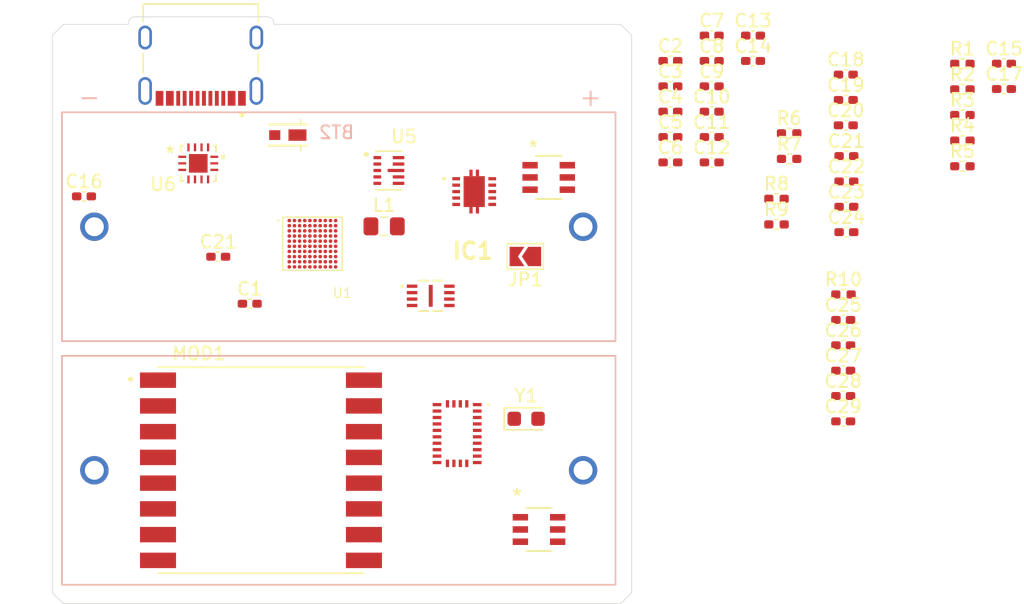
<source format=kicad_pcb>
(kicad_pcb (version 20241229) (generator "pcbnew") (generator_version "9.0")
  (layers (0 "F.Cu" signal) (4 "In1.Cu" signal) (6 "In2.Cu" signal) (8 "In3.Cu" signal) (10 "In4.Cu" signal) (2 "B.Cu" signal) (13 "F.Paste" user) (15 "B.Paste" user) (5 "F.SilkS" user "F.Silkscreen") (7 "B.SilkS" user "B.Silkscreen") (1 "F.Mask" user) (3 "B.Mask" user) (25 "Edge.Cuts" user))
  (net 0 "")
  (net 1 "QUADSPI_CLK")
  (net 2 "GND")
  (net 3 "QUADSPI_BK2_IO3")
  (net 4 "+3.3V")
  (net 5 "QUADSPI_BK2_NCS")
  (net 6 "QUADSPI_BK2_IO2")
  (net 7 "QUADSPI_BK2_IO1")
  (net 8 "QUADSPI_BK2_IO0")
  (net 86 "BAT+")
  (net 87 "Net-(U7-CAP)")
  (net 90 "Net-(U3-S)")
  (net 91 "EXTERNAL_VOLTAGE")
  (net 92 "Net-(IC1-ISET)")
  (net 93 "Net-(IC1-VSET)")
  (net 94 "Net-(IC1-CHM_TMR)")
  (net 95 "Net-(IC1-TS)")
  (net 96 "BAT_PULLDOWN")
  (net 103 "Net-(J1-CC2)")
  (net 104 "Net-(U5-L1)")
  (net 105 "Net-(U5-L2)")
  (net 106 "Net-(U5-FB)")
  (net 110 "Net-(D1-A)")
  (net 111 "USB_D-")
  (net 112 "USB_D+")
  (net 113 "Net-(J1-CC1)")
  (net 114 "I2C1_SCL")
  (net 115 "I2C1_SDA")
  (net 122 "RFM_RESET")
  (net 133 "Net-(U7-XOUT32{slash}CLKSEL1)")
  (net 134 "Net-(U7-XIN32)")
  (net 135 "CHARGE_DISABLE")
  (net 136 "IMU_BOOTN")
  (footprint "Capacitor_SMD:C_0402_1005Metric_Pad0.74x0.62mm_HandSolder" (layer "F.Cu") (at 130.8325 70.63)
    (property "Reference" "C28" (at 0 -1.16 0) (layer "F.SilkS"))
    (property "Value" "22pF")
    (pad "1" smd roundrect (at -0.5675 0) (size 0.735 0.62) (layers "F.Cu" "F.Mask" "F.Paste") (net 133 "Net-(U7-XOUT32{slash}CLKSEL1)"))
    (pad "2" smd roundrect (at 0.5675 0) (size 0.735 0.62) (layers "F.Cu" "F.Mask" "F.Paste") (net 2 "GND"))
  )
  (footprint "Resistor_SMD:R_0402_1005Metric_Pad0.72x0.64mm_HandSolder" (layer "F.Cu") (at 140.0925 48.8)
    (property "Reference" "R3" (at 0 -1.17 0) (layer "F.SilkS"))
    (property "Value" "18k")
    (pad "1" smd roundrect (at -0.5975 0) (size 0.715 0.64) (layers "F.Cu" "F.Mask" "F.Paste") (net 93 "Net-(IC1-VSET)"))
    (pad "2" smd roundrect (at 0.5975 0) (size 0.715 0.64) (layers "F.Cu" "F.Mask" "F.Paste") (net 2 "GND"))
  )
  (footprint "Capacitor_SMD:C_0402_1005Metric_Pad0.74x0.62mm_HandSolder" (layer "F.Cu") (at 120.6175 52.48)
    (property "Reference" "C12" (at 0 -1.16 0) (layer "F.SilkS"))
    (property "Value" "1uF")
    (pad "1" smd roundrect (at -0.5675 0) (size 0.735 0.62) (layers "F.Cu" "F.Mask" "F.Paste") (net 4 "+3.3V"))
    (pad "2" smd roundrect (at 0.5675 0) (size 0.735 0.62) (layers "F.Cu" "F.Mask" "F.Paste") (net 2 "GND"))
  )
  (footprint "Capacitor_SMD:C_0402_1005Metric_Pad0.74x0.62mm_HandSolder" (layer "F.Cu") (at 130.8325 66.69)
    (property "Reference" "C26" (at 0 -1.16 0) (layer "F.SilkS"))
    (property "Value" "100nF")
    (pad "1" smd roundrect (at -0.5675 0) (size 0.735 0.62) (layers "F.Cu" "F.Mask" "F.Paste") (net 4 "+3.3V"))
    (pad "2" smd roundrect (at 0.5675 0) (size 0.735 0.62) (layers "F.Cu" "F.Mask" "F.Paste") (net 2 "GND"))
  )
  (footprint "inspirefly:BNO086" (layer "F.Cu") (at 100.838 73.55)
    (property "Reference" "U7" (hide yes))
    (property "Value" "BNO086" (hide yes))
    (pad "1" smd rect (at 1.562 -2.25 90) (size 0.25 0.675) (layers "F.Cu" "F.Mask" "F.Paste"))
    (pad "2" smd rect (at 0.75 -2.312) (size 0.25 0.575) (layers "F.Cu" "F.Mask" "F.Paste") (net 2 "GND"))
    (pad "3" smd rect (at 0.25 -2.312) (size 0.25 0.575) (layers "F.Cu" "F.Mask" "F.Paste") (net 4 "+3.3V"))
    (pad "4" smd rect (at -0.25 -2.312) (size 0.25 0.575) (layers "F.Cu" "F.Mask" "F.Paste") (net 136 "IMU_BOOTN"))
    (pad "5" smd rect (at -0.75 -2.312) (size 0.25 0.575) (layers "F.Cu" "F.Mask" "F.Paste") (net 4 "+3.3V"))
    (pad "6" smd rect (at -1.562 -2.25 90) (size 0.25 0.675) (layers "F.Cu" "F.Mask" "F.Paste"))
    (pad "7" smd rect (at -1.562 -1.75 90) (size 0.25 0.675) (layers "F.Cu" "F.Mask" "F.Paste"))
    (pad "8" smd rect (at -1.562 -1.25 90) (size 0.25 0.675) (layers "F.Cu" "F.Mask" "F.Paste"))
    (pad "9" smd rect (at -1.562 -0.75 90) (size 0.25 0.675) (layers "F.Cu" "F.Mask" "F.Paste") (net 87 "Net-(U7-CAP)"))
    (pad "10" smd rect (at -1.562 -0.25 90) (size 0.25 0.675) (layers "F.Cu" "F.Mask" "F.Paste"))
    (pad "11" smd rect (at -1.562 0.25 90) (size 0.25 0.675) (layers "F.Cu" "F.Mask" "F.Paste"))
    (pad "12" smd rect (at -1.562 0.75 90) (size 0.25 0.675) (layers "F.Cu" "F.Mask" "F.Paste"))
    (pad "13" smd rect (at -1.562 1.25 90) (size 0.25 0.675) (layers "F.Cu" "F.Mask" "F.Paste"))
    (pad "14" smd rect (at -1.562 1.75 90) (size 0.25 0.675) (layers "F.Cu" "F.Mask" "F.Paste"))
    (pad "15" smd rect (at -1.562 2.25 90) (size 0.25 0.675) (layers "F.Cu" "F.Mask" "F.Paste"))
    (pad "16" smd rect (at -0.75 2.313) (size 0.25 0.575) (layers "F.Cu" "F.Mask" "F.Paste"))
    (pad "17" smd rect (at -0.25 2.313) (size 0.25 0.575) (layers "F.Cu" "F.Mask" "F.Paste"))
    (pad "18" smd rect (at 0.25 2.313) (size 0.25 0.575) (layers "F.Cu" "F.Mask" "F.Paste"))
    (pad "19" smd rect (at 0.75 2.313) (size 0.25 0.575) (layers "F.Cu" "F.Mask" "F.Paste"))
    (pad "20" smd rect (at 1.562 2.25 90) (size 0.25 0.675) (layers "F.Cu" "F.Mask" "F.Paste"))
    (pad "21" smd rect (at 1.562 1.75 90) (size 0.25 0.675) (layers "F.Cu" "F.Mask" "F.Paste"))
    (pad "22" smd rect (at 1.562 1.25 90) (size 0.25 0.675) (layers "F.Cu" "F.Mask" "F.Paste"))
    (pad "23" smd rect (at 1.562 0.75 90) (size 0.25 0.675) (layers "F.Cu" "F.Mask" "F.Paste"))
    (pad "24" smd rect (at 1.563 0.25 90) (size 0.25 0.675) (layers "F.Cu" "F.Mask" "F.Paste"))
    (pad "25" smd rect (at 1.563 -0.25 90) (size 0.25 0.675) (layers "F.Cu" "F.Mask" "F.Paste") (net 2 "GND"))
    (pad "26" smd rect (at 1.562 -0.75 90) (size 0.25 0.675) (layers "F.Cu" "F.Mask" "F.Paste") (net 133 "Net-(U7-XOUT32{slash}CLKSEL1)"))
    (pad "27" smd rect (at 1.562 -1.25 90) (size 0.25 0.675) (layers "F.Cu" "F.Mask" "F.Paste") (net 134 "Net-(U7-XIN32)"))
    (pad "28" smd rect (at 1.562 -1.75 90) (size 0.25 0.675) (layers "F.Cu" "F.Mask" "F.Paste") (net 4 "+3.3V"))
  )
  (footprint "Capacitor_SMD:C_0402_1005Metric_Pad0.74x0.62mm_HandSolder" (layer "F.Cu") (at 131.08 55.93)
    (property "Reference" "C23" (at 0 -1.16 0) (layer "F.SilkS"))
    (property "Value" "470pF")
    (pad "1" smd roundrect (at -0.5675 0) (size 0.735 0.62) (layers "F.Cu" "F.Mask" "F.Paste") (net 103 "Net-(J1-CC2)"))
    (pad "2" smd roundrect (at 0.5675 0) (size 0.735 0.62) (layers "F.Cu" "F.Mask" "F.Paste") (net 2 "GND"))
  )
  (footprint "Jumper:SolderJumper-2_P1.3mm_Open_TrianglePad1.0x1.5mm" (layer "F.Cu") (at 106.1406 59.790002 180)
    (property "Reference" "JP1" (at 0 -1.8 0) (layer "F.SilkS"))
    (property "Value" "Footswitch_Disable")
    (pad "1" smd custom (at -0.725 0 180) (size 0.3 0.3) (layers "F.Cu" "F.Mask") (net 2 "GND") (options (clearance outline) (anchor rect)) (primitives (gr_poly (pts (xy 1 0) (xy 0.5 0.75) (xy -0.5 0.75) (xy -0.5 -0.75) (xy 0.5 -0.75)) (width 0) (fill yes))))
    (pad "2" smd custom (at 0.725 0 180) (size 0.3 0.3) (layers "F.Cu" "F.Mask") (net 96 "BAT_PULLDOWN") (options (clearance outline) (anchor rect)) (primitives (gr_poly (pts (xy 0.5 0.75) (xy -0.65 0.75) (xy -0.15 0) (xy -0.65 -0.75) (xy 0.5 -0.75)) (width 0) (fill yes))))
  )
  (footprint "Capacitor_SMD:C_0402_1005Metric_Pad0.74x0.62mm_HandSolder" (layer "F.Cu") (at 82.28 59.81)
    (property "Reference" "C21" (at 0 -1.16 0) (layer "F.SilkS"))
    (property "Value" "1uF")
    (pad "1" smd roundrect (at -0.5675 0) (size 0.735 0.62) (layers "F.Cu" "F.Mask" "F.Paste") (net 4 "+3.3V"))
    (pad "2" smd roundrect (at 0.5675 0) (size 0.735 0.62) (layers "F.Cu" "F.Mask" "F.Paste") (net 2 "GND"))
  )
  (footprint "Resistor_SMD:R_0402_1005Metric_Pad0.72x0.64mm_HandSolder" (layer "F.Cu") (at 125.65 57.3)
    (property "Reference" "R9" (at 0 -1.17 0) (layer "F.SilkS"))
    (property "Value" "4.7k")
    (pad "1" smd roundrect (at -0.5975 0) (size 0.715 0.64) (layers "F.Cu" "F.Mask" "F.Paste") (net 2 "GND"))
    (pad "2" smd roundrect (at 0.5975 0) (size 0.715 0.64) (layers "F.Cu" "F.Mask" "F.Paste") (net 115 "I2C1_SDA"))
  )
  (footprint "Capacitor_SMD:C_0402_1005Metric_Pad0.74x0.62mm_HandSolder" (layer "F.Cu") (at 123.8275 42.63)
    (property "Reference" "C13" (at 0 -1.16 0) (layer "F.SilkS"))
    (property "Value" "1uF")
    (pad "1" smd roundrect (at -0.5675 0) (size 0.735 0.62) (layers "F.Cu" "F.Mask" "F.Paste") (net 4 "+3.3V"))
    (pad "2" smd roundrect (at 0.5675 0) (size 0.735 0.62) (layers "F.Cu" "F.Mask" "F.Paste") (net 2 "GND"))
  )
  (footprint "Capacitor_SMD:C_0402_1005Metric_Pad0.74x0.62mm_HandSolder" (layer "F.Cu") (at 123.8275 44.6)
    (property "Reference" "C14" (at 0 -1.16 0) (layer "F.SilkS"))
    (property "Value" "100nF")
    (pad "1" smd roundrect (at -0.5675 0) (size 0.735 0.62) (layers "F.Cu" "F.Mask" "F.Paste") (net 4 "+3.3V"))
    (pad "2" smd roundrect (at 0.5675 0) (size 0.735 0.62) (layers "F.Cu" "F.Mask" "F.Paste") (net 2 "GND"))
  )
  (footprint "Inductor_SMD:L_0805_2012Metric_Pad1.15x1.40mm_HandSolder" (layer "F.Cu") (at 95.1656 57.450002)
    (property "Reference" "L1" (at 0 -1.65 0) (layer "F.SilkS"))
    (property "Value" "470nH")
    (pad "1" smd roundrect (at -1.025 0) (size 1.15 1.4) (layers "F.Cu" "F.Mask" "F.Paste") (roundrect_rratio 0.217391) (net 104 "Net-(U5-L1)"))
    (pad "2" smd roundrect (at 1.025 0) (size 1.15 1.4) (layers "F.Cu" "F.Mask" "F.Paste") (roundrect_rratio 0.217391) (net 105 "Net-(U5-L2)"))
  )
  (footprint "Capacitor_SMD:C_0402_1005Metric_Pad0.74x0.62mm_HandSolder" (layer "F.Cu") (at 143.3225 46.78)
    (property "Reference" "C17" (at 0 -1.16 0) (layer "F.SilkS"))
    (property "Value" "1uF")
    (pad "1" smd roundrect (at -0.5675 0) (size 0.735 0.62) (layers "F.Cu" "F.Mask" "F.Paste") (net 86 "BAT+"))
    (pad "2" smd roundrect (at 0.5675 0) (size 0.735 0.62) (layers "F.Cu" "F.Mask" "F.Paste") (net 2 "GND"))
  )
  (footprint "Resistor_SMD:R_0402_1005Metric_Pad0.72x0.64mm_HandSolder" (layer "F.Cu") (at 130.8525 62.74)
    (property "Reference" "R10" (at 0 -1.17 0) (layer "F.SilkS"))
    (property "Value" "10k")
    (pad "1" smd roundrect (at -0.5975 0) (size 0.715 0.64) (layers "F.Cu" "F.Mask" "F.Paste") (net 4 "+3.3V"))
    (pad "2" smd roundrect (at 0.5975 0) (size 0.715 0.64) (layers "F.Cu" "F.Mask" "F.Paste") (net 136 "IMU_BOOTN"))
  )
  (footprint "inspirefly:KINGHELM_KH-TYPE-C-16P" (layer "F.Cu") (at 80.92 42.78 180)
    (property "Reference" "J1" (hide yes))
    (property "Value" "KH-TYPE-C-16P")
    (pad "" np_thru_hole circle (at -2.89 -3.65 180) (size 0.7 0.7) (drill 0.7) (layers "*.Cu" "*.Mask"))
    (pad "" np_thru_hole circle (at 2.89 -3.65 180) (size 0.7 0.7) (drill 0.7) (layers "*.Cu" "*.Mask"))
    (pad "A1_B12" smd rect (at -3.2 -4.725 180) (size 0.6 1.15) (layers "F.Cu" "F.Mask" "F.Paste") (net 2 "GND"))
    (pad "A4_B9" smd rect (at -2.4 -4.725 180) (size 0.6 1.15) (layers "F.Cu" "F.Mask" "F.Paste") (net 110 "Net-(D1-A)"))
    (pad "A5" smd rect (at -1.25 -4.725 180) (size 0.3 1.15) (layers "F.Cu" "F.Mask" "F.Paste") (net 113 "Net-(J1-CC1)"))
    (pad "A6" smd rect (at -0.25 -4.725 180) (size 0.3 1.15) (layers "F.Cu" "F.Mask" "F.Paste") (net 112 "USB_D+"))
    (pad "A7" smd rect (at 0.25 -4.725 180) (size 0.3 1.15) (layers "F.Cu" "F.Mask" "F.Paste") (net 111 "USB_D-"))
    (pad "A8" smd rect (at 1.25 -4.725 180) (size 0.3 1.15) (layers "F.Cu" "F.Mask" "F.Paste"))
    (pad "A9_B4" smd rect (at 2.4 -4.725 180) (size 0.6 1.15) (layers "F.Cu" "F.Mask" "F.Paste") (net 110 "Net-(D1-A)"))
    (pad "A12_B1" smd rect (at 3.2 -4.725 180) (size 0.6 1.15) (layers "F.Cu" "F.Mask" "F.Paste") (net 2 "GND"))
    (pad "B5" smd rect (at 1.75 -4.725 180) (size 0.3 1.15) (layers "F.Cu" "F.Mask" "F.Paste") (net 103 "Net-(J1-CC2)"))
    (pad "B6" smd rect (at 0.75 -4.725 180) (size 0.3 1.15) (layers "F.Cu" "F.Mask" "F.Paste") (net 111 "USB_D-"))
    (pad "B7" smd rect (at -0.75 -4.725 180) (size 0.3 1.15) (layers "F.Cu" "F.Mask" "F.Paste") (net 112 "USB_D+"))
    (pad "B8" smd rect (at -1.75 -4.725 180) (size 0.3 1.15) (layers "F.Cu" "F.Mask" "F.Paste"))
    (pad "SH1" thru_hole oval (at -4.32 0 180) (size 1.05 1.85) (drill oval 0.65 1.45) (layers "*.Cu" "*.Mask") (net 2 "GND"))
    (pad "SH2" thru_hole oval (at 4.32 0 180) (size 1.05 1.85) (drill oval 0.65 1.45) (layers "*.Cu" "*.Mask") (net 2 "GND"))
    (pad "SH3" thru_hole oval (at -4.32 -4.15 180) (size 1.05 2.15) (drill oval 0.65 1.75) (layers "*.Cu" "*.Mask") (net 2 "GND"))
    (pad "SH4" thru_hole oval (at 4.32 -4.15 180) (size 1.05 2.15) (drill oval 0.65 1.75) (layers "*.Cu" "*.Mask") (net 2 "GND"))
  )
  (footprint "Capacitor_SMD:C_0402_1005Metric_Pad0.74x0.62mm_HandSolder" (layer "F.Cu") (at 131.0325 47.63)
    (property "Reference" "C19" (at 0 -1.16 0) (layer "F.SilkS"))
    (property "Value" "10uF")
    (pad "1" smd roundrect (at -0.5675 0) (size 0.735 0.62) (layers "F.Cu" "F.Mask" "F.Paste") (net 4 "+3.3V"))
    (pad "2" smd roundrect (at 0.5675 0) (size 0.735 0.62) (layers "F.Cu" "F.Mask" "F.Paste") (net 2 "GND"))
  )
  (footprint "inspirefly:SOT_V-T1-GE3_VIS-M" (layer "F.Cu") (at 107.9522 53.65004)
    (property "Reference" "U3" (hide yes))
    (property "Value" "SI3477DV-T1-GE3" (hide yes))
    (fp_text user "*" (at -1.2022 -2.32004 0) (layer "F.SilkS"))
    (pad "1" smd rect (at -1.4478 -0.94996) (size 1.1938 0.508) (layers "F.Cu" "F.Mask" "F.Paste") (net 86 "BAT+"))
    (pad "2" smd rect (at -1.4478 0) (size 1.1938 0.508) (layers "F.Cu" "F.Mask" "F.Paste") (net 86 "BAT+"))
    (pad "3" smd rect (at -1.4478 0.94996) (size 1.1938 0.508) (layers "F.Cu" "F.Mask" "F.Paste") (net 96 "BAT_PULLDOWN"))
    (pad "4" smd rect (at 1.4478 0.94996) (size 1.1938 0.508) (layers "F.Cu" "F.Mask" "F.Paste") (net 90 "Net-(U3-S)"))
    (pad "5" smd rect (at 1.4478 0) (size 1.1938 0.508) (layers "F.Cu" "F.Mask" "F.Paste") (net 86 "BAT+"))
    (pad "6" smd rect (at 1.4478 -0.94996) (size 1.1938 0.508) (layers "F.Cu" "F.Mask" "F.Paste") (net 86 "BAT+"))
  )
  (footprint "Capacitor_SMD:C_0402_1005Metric_Pad0.74x0.62mm_HandSolder" (layer "F.Cu") (at 143.3225 44.81)
    (property "Reference" "C15" (at 0 -1.16 0) (layer "F.SilkS"))
    (property "Value" "1uF")
    (pad "1" smd roundrect (at -0.5675 0) (size 0.735 0.62) (layers "F.Cu" "F.Mask" "F.Paste") (net 91 "EXTERNAL_VOLTAGE"))
    (pad "2" smd roundrect (at 0.5675 0) (size 0.735 0.62) (layers "F.Cu" "F.Mask" "F.Paste") (net 2 "GND"))
  )
  (footprint "inspirefly:SOT_V-T1-GE3_VIS-M" (layer "F.Cu") (at 107.2 81)
    (property "Reference" "U4" (hide yes))
    (property "Value" "SI3477DV-T1-GE3" (hide yes))
    (fp_text user "*" (at -1.7018 -2.60096 0) (layer "F.SilkS"))
    (fp_text user "*" (at -1.7018 -2.60096 0) (layer "F.SilkS"))
    (pad "1" smd rect (at -1.4478 -0.94996) (size 1.1938 0.508) (layers "F.Cu" "F.Mask" "F.Paste"))
    (pad "2" smd rect (at -1.4478 0) (size 1.1938 0.508) (layers "F.Cu" "F.Mask" "F.Paste"))
    (pad "3" smd rect (at -1.4478 0.94996) (size 1.1938 0.508) (layers "F.Cu" "F.Mask" "F.Paste"))
    (pad "4" smd rect (at 1.4478 0.94996) (size 1.1938 0.508) (layers "F.Cu" "F.Mask" "F.Paste"))
    (pad "5" smd rect (at 1.4478 0) (size 1.1938 0.508) (layers "F.Cu" "F.Mask" "F.Paste"))
    (pad "6" smd rect (at 1.4478 -0.94996) (size 1.1938 0.508) (layers "F.Cu" "F.Mask" "F.Paste"))
  )
  (footprint "Capacitor_SMD:C_0402_1005Metric_Pad0.74x0.62mm_HandSolder" (layer "F.Cu") (at 84.7256 63.460002)
    (property "Reference" "C1" (at 0 -1.16 0) (layer "F.SilkS"))
    (property "Value" "100nF")
    (pad "1" smd roundrect (at -0.5675 0) (size 0.735 0.62) (layers "F.Cu" "F.Mask" "F.Paste") (net 4 "+3.3V"))
    (pad "2" smd roundrect (at 0.5675 0) (size 0.735 0.62) (layers "F.Cu" "F.Mask" "F.Paste") (net 2 "GND"))
  )
  (footprint "inspirefly:DIODE_MSP3V3" (layer "F.Cu") (at 87.686 50.36 180)
    (property "Reference" "D1" (hide yes))
    (property "Value" "MSS2P2-M3/89A")
    (pad "1" smd rect (at -0.7493 0 180) (size 1.397 0.889) (layers "F.Cu" "F.Mask" "F.Paste") (net 91 "EXTERNAL_VOLTAGE"))
    (pad "2" smd rect (at 1.016 0 180) (size 0.8636 0.762) (layers "F.Cu" "F.Mask" "F.Paste") (net 110 "Net-(D1-A)"))
  )
  (footprint "Capacitor_SMD:C_0402_1005Metric_Pad0.74x0.62mm_HandSolder" (layer "F.Cu") (at 120.6175 46.57)
    (property "Reference" "C9" (at 0 -1.16 0) (layer "F.SilkS"))
    (property "Value" "1uF")
    (pad "1" smd roundrect (at -0.5675 0) (size 0.735 0.62) (layers "F.Cu" "F.Mask" "F.Paste") (net 4 "+3.3V"))
    (pad "2" smd roundrect (at 0.5675 0) (size 0.735 0.62) (layers "F.Cu" "F.Mask" "F.Paste") (net 2 "GND"))
  )
  (footprint "inspirefly:VREG_TPS63802DLAR" (layer "F.Cu") (at 95.5356 53.110002)
    (property "Reference" "U5" (at 1.175 -2.635 0) (layer "F.SilkS"))
    (property "Value" "TPS63802DLAR")
    (pad "1" smd roundrect (at -0.9 -1) (size 0.6 0.25) (layers "F.Cu" "F.Paste") (roundrect_rratio 0.2) (net 86 "BAT+"))
    (pad "2" smd roundrect (at -0.9 -0.5) (size 0.6 0.25) (layers "F.Cu" "F.Paste") (roundrect_rratio 0.2) (net 2 "GND"))
    (pad "3" smd roundrect (at -0.9 0) (size 0.6 0.25) (layers "F.Cu" "F.Paste") (roundrect_rratio 0.2) (net 2 "GND"))
    (pad "4" smd roundrect (at -0.9 0.5) (size 0.6 0.25) (layers "F.Cu" "F.Paste") (roundrect_rratio 0.2) (net 106 "Net-(U5-FB)"))
    (pad "5" smd roundrect (at -0.9 1) (size 0.6 0.25) (layers "F.Cu" "F.Paste") (roundrect_rratio 0.2))
    (pad "6" smd roundrect (at 0.75 1) (size 0.9 0.25) (layers "F.Cu" "F.Paste") (roundrect_rratio 0.2) (net 4 "+3.3V"))
    (pad "7" smd roundrect (at 0.75 0.5) (size 0.9 0.25) (layers "F.Cu" "F.Paste") (roundrect_rratio 0.2) (net 105 "Net-(U5-L2)"))
    (pad "8" smd roundrect (at 0.55 0) (size 1.3 0.25) (layers "F.Cu") (roundrect_rratio 0.2) (net 2 "GND"))
    (pad "9" smd roundrect (at 0.75 -0.5) (size 0.9 0.25) (layers "F.Cu" "F.Paste") (roundrect_rratio 0.2) (net 104 "Net-(U5-L1)"))
    (pad "10" smd roundrect (at 0.75 -1) (size 0.9 0.25) (layers "F.Cu" "F.Paste") (roundrect_rratio 0.2) (net 86 "BAT+"))
  )
  (footprint "Crystal:Crystal_SMD_2012-2Pin_2.0x1.2mm_HandSoldering" (layer "F.Cu") (at 106.2 72.4)
    (property "Reference" "Y1" (at 0 -1.8 0) (layer "F.SilkS"))
    (property "Value" "9HT11-32.768KBZF-T")
    (pad "1" smd roundrect (at -0.925 0) (size 1.05 1.1) (layers "F.Cu" "F.Mask" "F.Paste") (roundrect_rratio 0.238095) (net 134 "Net-(U7-XIN32)"))
    (pad "2" smd roundrect (at 0.925 0) (size 1.05 1.1) (layers "F.Cu" "F.Mask" "F.Paste") (roundrect_rratio 0.238095) (net 133 "Net-(U7-XOUT32{slash}CLKSEL1)"))
  )
  (footprint "inspirefly:USON-8L-2X3X0P6_MAC" (layer "F.Cu") (at 98.7878 62.850001)
    (property "Reference" "U2" (hide yes))
    (property "Value" "MX25R1635FZUIL0" (hide yes))
    (pad "1" smd rect (at -1.4478 -0.750001) (size 0.8128 0.254) (layers "F.Cu" "F.Mask" "F.Paste") (net 5 "QUADSPI_BK2_NCS"))
    (pad "2" smd rect (at -1.4478 -0.25) (size 0.8128 0.254) (layers "F.Cu" "F.Mask" "F.Paste") (net 7 "QUADSPI_BK2_IO1"))
    (pad "3" smd rect (at -1.4478 0.25) (size 0.8128 0.254) (layers "F.Cu" "F.Mask" "F.Paste") (net 6 "QUADSPI_BK2_IO2"))
    (pad "4" smd rect (at -1.4478 0.750001) (size 0.8128 0.254) (layers "F.Cu" "F.Mask" "F.Paste") (net 2 "GND"))
    (pad "5" smd rect (at 1.4478 0.750001) (size 0.8128 0.254) (layers "F.Cu" "F.Mask" "F.Paste") (net 8 "QUADSPI_BK2_IO0"))
    (pad "6" smd rect (at 1.4478 0.25) (size 0.8128 0.254) (layers "F.Cu" "F.Mask" "F.Paste") (net 1 "QUADSPI_CLK"))
    (pad "7" smd rect (at 1.4478 -0.25) (size 0.8128 0.254) (layers "F.Cu" "F.Mask" "F.Paste") (net 3 "QUADSPI_BK2_IO3"))
    (pad "8" smd rect (at 1.4478 -0.750001) (size 0.8128 0.254) (layers "F.Cu" "F.Mask" "F.Paste") (net 4 "+3.3V"))
    (pad "9" smd rect (at 0 0) (size 0.3048 1.7018) (layers "F.Cu" "F.Mask" "F.Paste") (net 2 "GND"))
  )
  (footprint "Capacitor_SMD:C_0402_1005Metric_Pad0.74x0.62mm_HandSolder" (layer "F.Cu") (at 130.8325 72.6)
    (property "Reference" "C29" (at 0 -1.16 0) (layer "F.SilkS"))
    (property "Value" "22pF")
    (pad "1" smd roundrect (at -0.5675 0) (size 0.735 0.62) (layers "F.Cu" "F.Mask" "F.Paste") (net 2 "GND"))
    (pad "2" smd roundrect (at 0.5675 0) (size 0.735 0.62) (layers "F.Cu" "F.Mask" "F.Paste") (net 134 "Net-(U7-XIN32)"))
  )
  (footprint "Capacitor_SMD:C_0402_1005Metric_Pad0.74x0.62mm_HandSolder" (layer "F.Cu") (at 131.0325 49.6)
    (property "Reference" "C20" (at 0 -1.16 0) (layer "F.SilkS"))
    (property "Value" "10uF")
    (pad "1" smd roundrect (at -0.5675 0) (size 0.735 0.62) (layers "F.Cu" "F.Mask" "F.Paste") (net 4 "+3.3V"))
    (pad "2" smd roundrect (at 0.5675 0) (size 0.735 0.62) (layers "F.Cu" "F.Mask" "F.Paste") (net 2 "GND"))
  )
  (footprint "Capacitor_SMD:C_0402_1005Metric_Pad0.74x0.62mm_HandSolder" (layer "F.Cu") (at 117.4075 52.48)
    (property "Reference" "C6" (at 0 -1.16 0) (layer "F.SilkS"))
    (property "Value" "100nF")
    (pad "1" smd roundrect (at -0.5675 0) (size 0.735 0.62) (layers "F.Cu" "F.Mask" "F.Paste") (net 4 "+3.3V"))
    (pad "2" smd roundrect (at 0.5675 0) (size 0.735 0.62) (layers "F.Cu" "F.Mask" "F.Paste") (net 2 "GND"))
  )
  (footprint "Capacitor_SMD:C_0402_1005Metric_Pad0.74x0.62mm_HandSolder" (layer "F.Cu") (at 131.08 57.9)
    (property "Reference" "C24" (at 0 -1.16 0) (layer "F.SilkS"))
    (property "Value" "470pF")
    (pad "1" smd roundrect (at -0.5675 0) (size 0.735 0.62) (layers "F.Cu" "F.Mask" "F.Paste") (net 113 "Net-(J1-CC1)"))
    (pad "2" smd roundrect (at 0.5675 0) (size 0.735 0.62) (layers "F.Cu" "F.Mask" "F.Paste") (net 2 "GND"))
  )
  (footprint "Resistor_SMD:R_0402_1005Metric_Pad0.72x0.64mm_HandSolder" (layer "F.Cu") (at 125.65 55.31)
    (property "Reference" "R8" (at 0 -1.17 0) (layer "F.SilkS"))
    (property "Value" "4.7k")
    (pad "1" smd roundrect (at -0.5975 0) (size 0.715 0.64) (layers "F.Cu" "F.Mask" "F.Paste") (net 114 "I2C1_SCL"))
    (pad "2" smd roundrect (at 0.5975 0) (size 0.715 0.64) (layers "F.Cu" "F.Mask" "F.Paste") (net 2 "GND"))
  )
  (footprint "Resistor_SMD:R_0402_1005Metric_Pad0.72x0.64mm_HandSolder" (layer "F.Cu") (at 126.6325 50.22)
    (property "Reference" "R6" (at 0 -1.17 0) (layer "F.SilkS"))
    (property "Value" "280k")
    (pad "1" smd roundrect (at -0.5975 0) (size 0.715 0.64) (layers "F.Cu" "F.Mask" "F.Paste") (net 4 "+3.3V"))
    (pad "2" smd roundrect (at 0.5975 0) (size 0.715 0.64) (layers "F.Cu" "F.Mask" "F.Paste") (net 106 "Net-(U5-FB)"))
  )
  (footprint "Resistor_SMD:R_0402_1005Metric_Pad0.72x0.64mm_HandSolder" (layer "F.Cu") (at 140.0925 46.81)
    (property "Reference" "R2" (at 0 -1.17 0) (layer "F.SilkS"))
    (property "Value" "375")
    (pad "1" smd roundrect (at -0.5975 0) (size 0.715 0.64) (layers "F.Cu" "F.Mask" "F.Paste") (net 2 "GND"))
    (pad "2" smd roundrect (at 0.5975 0) (size 0.715 0.64) (layers "F.Cu" "F.Mask" "F.Paste") (net 92 "Net-(IC1-ISET)"))
  )
  (footprint "Capacitor_SMD:C_0402_1005Metric_Pad0.74x0.62mm_HandSolder" (layer "F.Cu") (at 71.85 55.12)
    (property "Reference" "C16" (at 0 -1.16 0) (layer "F.SilkS"))
    (property "Value" "100nF")
    (pad "1" smd roundrect (at -0.5675 0) (size 0.735 0.62) (layers "F.Cu" "F.Mask" "F.Paste") (net 2 "GND"))
    (pad "2" smd roundrect (at 0.5675 0) (size 0.735 0.62) (layers "F.Cu" "F.Mask" "F.Paste") (net 4 "+3.3V"))
  )
  (footprint "Capacitor_SMD:C_0402_1005Metric_Pad0.74x0.62mm_HandSolder" (layer "F.Cu") (at 131.08 51.99)
    (property "Reference" "C21" (at 0 -1.16 0) (layer "F.SilkS"))
    (property "Value" "1uF")
    (pad "1" smd roundrect (at -0.5675 0) (size 0.735 0.62) (layers "F.Cu" "F.Mask" "F.Paste") (net 4 "+3.3V"))
    (pad "2" smd roundrect (at 0.5675 0) (size 0.735 0.62) (layers "F.Cu" "F.Mask" "F.Paste") (net 2 "GND"))
  )
  (footprint "Capacitor_SMD:C_0402_1005Metric_Pad0.74x0.62mm_HandSolder" (layer "F.Cu") (at 120.6175 50.51)
    (property "Reference" "C11" (at 0 -1.16 0) (layer "F.SilkS"))
    (property "Value" "100nF")
    (pad "1" smd roundrect (at -0.5675 0) (size 0.735 0.62) (layers "F.Cu" "F.Mask" "F.Paste") (net 4 "+3.3V"))
    (pad "2" smd roundrect (at 0.5675 0) (size 0.735 0.62) (layers "F.Cu" "F.Mask" "F.Paste") (net 2 "GND"))
  )
  (footprint "Capacitor_SMD:C_0402_1005Metric_Pad0.74x0.62mm_HandSolder" (layer "F.Cu") (at 117.4075 44.6)
    (property "Reference" "C2" (at 0 -1.16 0) (layer "F.SilkS"))
    (property "Value" "100nF")
    (pad "1" smd roundrect (at -0.5675 0) (size 0.735 0.62) (layers "F.Cu" "F.Mask" "F.Paste") (net 4 "+3.3V"))
    (pad "2" smd roundrect (at 0.5675 0) (size 0.735 0.62) (layers "F.Cu" "F.Mask" "F.Paste") (net 2 "GND"))
  )
  (footprint "Capacitor_SMD:C_0402_1005Metric_Pad0.74x0.62mm_HandSolder" (layer "F.Cu") (at 130.8325 64.72)
    (property "Reference" "C25" (at 0 -1.16 0) (layer "F.SilkS"))
    (property "Value" "100nF")
    (pad "1" smd roundrect (at -0.5675 0) (size 0.735 0.62) (layers "F.Cu" "F.Mask" "F.Paste") (net 2 "GND"))
    (pad "2" smd roundrect (at 0.5675 0) (size 0.735 0.62) (layers "F.Cu" "F.Mask" "F.Paste") (net 4 "+3.3V"))
  )
  (footprint "Capacitor_SMD:C_0402_1005Metric_Pad0.74x0.62mm_HandSolder" (layer "F.Cu") (at 117.4075 46.57)
    (property "Reference" "C3" (at 0 -1.16 0) (layer "F.SilkS"))
    (property "Value" "100nF")
    (pad "1" smd roundrect (at -0.5675 0) (size 0.735 0.62) (layers "F.Cu" "F.Mask" "F.Paste") (net 4 "+3.3V"))
    (pad "2" smd roundrect (at 0.5675 0) (size 0.735 0.62) (layers "F.Cu" "F.Mask" "F.Paste") (net 2 "GND"))
  )
  (footprint "Capacitor_SMD:C_0402_1005Metric_Pad0.74x0.62mm_HandSolder" (layer "F.Cu") (at 117.4075 50.51)
    (property "Reference" "C5" (at 0 -1.16 0) (layer "F.SilkS"))
    (property "Value" "100nF")
    (pad "1" smd roundrect (at -0.5675 0) (size 0.735 0.62) (layers "F.Cu" "F.Mask" "F.Paste") (net 4 "+3.3V"))
    (pad "2" smd roundrect (at 0.5675 0) (size 0.735 0.62) (layers "F.Cu" "F.Mask" "F.Paste") (net 2 "GND"))
  )
  (footprint "Resistor_SMD:R_0402_1005Metric_Pad0.72x0.64mm_HandSolder" (layer "F.Cu") (at 140.0925 44.82)
    (property "Reference" "R1" (at 0 -1.17 0) (layer "F.SilkS"))
    (property "Value" "10k")
    (pad "1" smd roundrect (at -0.5975 0) (size 0.715 0.64) (layers "F.Cu" "F.Mask" "F.Paste") (net 2 "GND"))
    (pad "2" smd roundrect (at 0.5975 0) (size 0.715 0.64) (layers "F.Cu" "F.Mask" "F.Paste") (net 95 "Net-(IC1-TS)"))
  )
  (footprint "Capacitor_SMD:C_0402_1005Metric_Pad0.74x0.62mm_HandSolder" (layer "F.Cu") (at 131.0325 45.66)
    (property "Reference" "C18" (at 0 -1.16 0) (layer "F.SilkS"))
    (property "Value" "10uF")
    (pad "1" smd roundrect (at -0.5675 0) (size 0.735 0.62) (layers "F.Cu" "F.Mask" "F.Paste") (net 86 "BAT+"))
    (pad "2" smd roundrect (at 0.5675 0) (size 0.735 0.62) (layers "F.Cu" "F.Mask" "F.Paste") (net 2 "GND"))
  )
  (footprint "inspirefly:XCVR_RFM98W-433S2" (layer "F.Cu") (at 85.6 76.4)
    (property "Reference" "MOD1" (at -4.825 -9.075 0) (layer "F.SilkS"))
    (property "Value" "RFM98W-433S2")
    (pad "1" smd rect (at -8 -7) (size 2.8 1.2) (layers "F.Cu" "F.Mask" "F.Paste") (net 2 "GND"))
    (pad "2" smd rect (at -8 -5) (size 2.8 1.2) (layers "F.Cu" "F.Mask" "F.Paste"))
    (pad "3" smd rect (at -8 -3) (size 2.8 1.2) (layers "F.Cu" "F.Mask" "F.Paste"))
    (pad "4" smd rect (at -8 -1) (size 2.8 1.2) (layers "F.Cu" "F.Mask" "F.Paste"))
    (pad "5" smd rect (at -8 1) (size 2.8 1.2) (layers "F.Cu" "F.Mask" "F.Paste"))
    (pad "6" smd rect (at -8 3) (size 2.8 1.2) (layers "F.Cu" "F.Mask" "F.Paste") (net 122 "RFM_RESET"))
    (pad "7" smd rect (at -8 5) (size 2.8 1.2) (layers "F.Cu" "F.Mask" "F.Paste"))
    (pad "8" smd rect (at -8 7) (size 2.8 1.2) (layers "F.Cu" "F.Mask" "F.Paste") (net 2 "GND"))
    (pad "9" smd rect (at 8 7) (size 2.8 1.2) (layers "F.Cu" "F.Mask" "F.Paste"))
    (pad "10" smd rect (at 8 5) (size 2.8 1.2) (layers "F.Cu" "F.Mask" "F.Paste") (net 2 "GND"))
    (pad "11" smd rect (at 8 3) (size 2.8 1.2) (layers "F.Cu" "F.Mask" "F.Paste"))
    (pad "12" smd rect (at 8 1) (size 2.8 1.2) (layers "F.Cu" "F.Mask" "F.Paste"))
    (pad "13" smd rect (at 8 -1) (size 2.8 1.2) (layers "F.Cu" "F.Mask" "F.Paste") (net 4 "+3.3V"))
    (pad "14" smd rect (at 8 -3) (size 2.8 1.2) (layers "F.Cu" "F.Mask" "F.Paste"))
    (pad "15" smd rect (at 8 -5) (size 2.8 1.2) (layers "F.Cu" "F.Mask" "F.Paste"))
    (pad "16" smd rect (at 8 -7) (size 2.8 1.2) (layers "F.Cu" "F.Mask" "F.Paste"))
  )
  (footprint "Capacitor_SMD:C_0402_1005Metric_Pad0.74x0.62mm_HandSolder" (layer "F.Cu") (at 117.4075 48.54)
    (property "Reference" "C4" (at 0 -1.16 0) (layer "F.SilkS"))
    (property "Value" "100nF")
    (pad "1" smd roundrect (at -0.5675 0) (size 0.735 0.62) (layers "F.Cu" "F.Mask" "F.Paste") (net 4 "+3.3V"))
    (pad "2" smd roundrect (at 0.5675 0) (size 0.735 0.62) (layers "F.Cu" "F.Mask" "F.Paste") (net 2 "GND"))
  )
  (footprint "Capacitor_SMD:C_0402_1005Metric_Pad0.74x0.62mm_HandSolder" (layer "F.Cu") (at 131.08 53.96)
    (property "Reference" "C22" (at 0 -1.16 0) (layer "F.SilkS"))
    (property "Value" "100nF")
    (pad "1" smd roundrect (at -0.5675 0) (size 0.735 0.62) (layers "F.Cu" "F.Mask" "F.Paste") (net 4 "+3.3V"))
    (pad "2" smd roundrect (at 0.5675 0) (size 0.735 0.62) (layers "F.Cu" "F.Mask" "F.Paste") (net 2 "GND"))
  )
  (footprint "inspirefly:BQ25171QWDRCRQ1" (layer "F.Cu") (at 102.1656 54.750002)
    (property "Reference" "IC1" (at -0.1 4.61 0) (layer "F.SilkS") (effects (font (size 1.27 1.27) (thickness 0.254))))
    (property "Value" "BQ25171QWDRCRQ1" (hide yes))
    (pad "1" smd rect (at -1.4 -1 90) (size 0.25 0.6) (layers "F.Cu" "F.Mask" "F.Paste") (net 91 "EXTERNAL_VOLTAGE"))
    (pad "2" smd rect (at -1.4 -0.5 90) (size 0.25 0.6) (layers "F.Cu" "F.Mask" "F.Paste") (net 92 "Net-(IC1-ISET)"))
    (pad "3" smd rect (at -1.4 0 90) (size 0.25 0.6) (layers "F.Cu" "F.Mask" "F.Paste") (net 135 "CHARGE_DISABLE"))
    (pad "4" smd rect (at -1.4 0.5 90) (size 0.25 0.6) (layers "F.Cu" "F.Mask" "F.Paste") (net 95 "Net-(IC1-TS)"))
    (pad "5" smd rect (at -1.4 1 90) (size 0.25 0.6) (layers "F.Cu" "F.Mask" "F.Paste") (net 2 "GND"))
    (pad "6" smd rect (at 1.4 1 90) (size 0.25 0.6) (layers "F.Cu" "F.Mask" "F.Paste") (net 94 "Net-(IC1-CHM_TMR)"))
    (pad "7" smd rect (at 1.4 0.5 90) (size 0.25 0.6) (layers "F.Cu" "F.Mask" "F.Paste"))
    (pad "8" smd rect (at 1.4 0 90) (size 0.25 0.6) (layers "F.Cu" "F.Mask" "F.Paste"))
    (pad "9" smd rect (at 1.4 -0.5 90) (size 0.25 0.6) (layers "F.Cu" "F.Mask" "F.Paste") (net 93 "Net-(IC1-VSET)"))
    (pad "10" smd rect (at 1.4 -1 90) (size 0.25 0.6) (layers "F.Cu" "F.Mask" "F.Paste") (net 86 "BAT+"))
    (pad "11" smd rect (at 0 0) (size 1.65 2.4) (layers "F.Cu" "F.Mask" "F.Paste") (net 2 "GND"))
    (pad "12" smd rect (at -0.25 -1.45) (size 0.25 0.5) (layers "F.Cu" "F.Mask" "F.Paste") (net 2 "GND"))
    (pad "13" smd rect (at 0.25 -1.45) (size 0.25 0.5) (layers "F.Cu" "F.Mask" "F.Paste") (net 2 "GND"))
    (pad "14" smd rect (at -0.25 1.45) (size 0.25 0.5) (layers "F.Cu" "F.Mask" "F.Paste") (net 2 "GND"))
    (pad "15" smd rect (at 0.25 1.45) (size 0.25 0.5) (layers "F.Cu" "F.Mask" "F.Paste") (net 2 "GND"))
  )
  (footprint "Capacitor_SMD:C_0402_1005Metric_Pad0.74x0.62mm_HandSolder" (layer "F.Cu") (at 120.6175 44.6)
    (property "Reference" "C8" (at 0 -1.16 0) (layer "F.SilkS"))
    (property "Value" "10nF")
    (pad "1" smd roundrect (at -0.5675 0) (size 0.735 0.62) (layers "F.Cu" "F.Mask" "F.Paste") (net 4 "+3.3V"))
    (pad "2" smd roundrect (at 0.5675 0) (size 0.735 0.62) (layers "F.Cu" "F.Mask" "F.Paste") (net 2 "GND"))
  )
  (footprint "Resistor_SMD:R_0402_1005Metric_Pad0.72x0.64mm_HandSolder" (layer "F.Cu") (at 140.0925 52.78)
    (property "Reference" "R5" (at 0 -1.17 0) (layer "F.SilkS"))
    (property "Value" "100K")
    (pad "1" smd roundrect (at -0.5975 0) (size 0.715 0.64) (layers "F.Cu" "F.Mask" "F.Paste") (net 96 "BAT_PULLDOWN"))
    (pad "2" smd roundrect (at 0.5975 0) (size 0.715 0.64) (layers "F.Cu" "F.Mask" "F.Paste") (net 90 "Net-(U3-S)"))
  )
  (footprint "Capacitor_SMD:C_0402_1005Metric_Pad0.74x0.62mm_HandSolder" (layer "F.Cu") (at 130.8325 68.66)
    (property "Reference" "C27" (at 0 -1.16 0) (layer "F.SilkS"))
    (property "Value" "100nF")
    (pad "1" smd roundrect (at -0.5675 0) (size 0.735 0.62) (layers "F.Cu" "F.Mask" "F.Paste") (net 87 "Net-(U7-CAP)"))
    (pad "2" smd roundrect (at 0.5675 0) (size 0.735 0.62) (layers "F.Cu" "F.Mask" "F.Paste") (net 2 "GND"))
  )
  (footprint "inspirefly:STM32L496VGY6TR" (layer "F.Cu") (at 89.6 58.8)
    (property "Reference" "U1" (at 2.32 3.83 0) (layer "F.SilkS") (effects (font (size 0.75 0.75) (thickness 0.09375))))
    (property "Value" "STM32L496VGY6PTR" (hide yes))
    (pad "A1" smd circle (at -1.8 -1.8 90) (size 0.28 0.28) (layers "F.Cu" "F.Mask" "F.Paste") (net 4 "+3.3V"))
    (pad "A2" smd circle (at -1.4 -1.8 90) (size 0.28 0.28) (layers "F.Cu" "F.Mask" "F.Paste"))
    (pad "A3" smd circle (at -1 -1.8 90) (size 0.28 0.28) (layers "F.Cu" "F.Mask" "F.Paste"))
    (pad "A4" smd circle (at -0.6 -1.8 90) (size 0.28 0.28) (layers "F.Cu" "F.Mask" "F.Paste") (net 4 "+3.3V"))
    (pad "A5" smd circle (at -0.2 -1.8 90) (size 0.28 0.28) (layers "F.Cu" "F.Mask" "F.Paste"))
    (pad "A6" smd circle (at 0.2 -1.8 90) (size 0.28 0.28) (layers "F.Cu" "F.Mask" "F.Paste") (net 4 "+3.3V"))
    (pad "A7" smd circle (at 0.6 -1.8 90) (size 0.28 0.28) (layers "F.Cu" "F.Mask" "F.Paste"))
    (pad "A8" smd circle (at 1 -1.8 90) (size 0.28 0.28) (layers "F.Cu" "F.Mask" "F.Paste"))
    (pad "A9" smd circle (at 1.4 -1.8 90) (size 0.28 0.28) (layers "F.Cu" "F.Mask" "F.Paste"))
    (pad "A10" smd circle (at 1.8 -1.8 90) (size 0.28 0.28) (layers "F.Cu" "F.Mask" "F.Paste") (net 4 "+3.3V"))
    (pad "B1" smd circle (at -1.8 -1.4 90) (size 0.28 0.28) (layers "F.Cu" "F.Mask" "F.Paste") (net 2 "GND"))
    (pad "B2" smd circle (at -1.4 -1.4 90) (size 0.28 0.28) (layers "F.Cu" "F.Mask" "F.Paste"))
    (pad "B3" smd circle (at -1 -1.4 90) (size 0.28 0.28) (layers "F.Cu" "F.Mask" "F.Paste"))
    (pad "B4" smd circle (at -0.6 -1.4 90) (size 0.28 0.28) (layers "F.Cu" "F.Mask" "F.Paste"))
    (pad "B5" smd circle (at -0.2 -1.4 90) (size 0.28 0.28) (layers "F.Cu" "F.Mask" "F.Paste"))
    (pad "B6" smd circle (at 0.2 -1.4 90) (size 0.28 0.28) (layers "F.Cu" "F.Mask" "F.Paste"))
    (pad "B7" smd circle (at 0.6 -1.4 90) (size 0.28 0.28) (layers "F.Cu" "F.Mask" "F.Paste"))
    (pad "B8" smd circle (at 1 -1.4 90) (size 0.28 0.28) (layers "F.Cu" "F.Mask" "F.Paste"))
    (pad "B9" smd circle (at 1.4 -1.4 90) (size 0.28 0.28) (layers "F.Cu" "F.Mask" "F.Paste") (net 2 "GND"))
    (pad "B10" smd circle (at 1.8 -1.4 90) (size 0.28 0.28) (layers "F.Cu" "F.Mask" "F.Paste"))
    (pad "C1" smd circle (at -1.8 -1 90) (size 0.28 0.28) (layers "F.Cu" "F.Mask" "F.Paste"))
    (pad "C2" smd circle (at -1.4 -1 90) (size 0.28 0.28) (layers "F.Cu" "F.Mask" "F.Paste"))
    (pad "C3" smd circle (at -1 -1 90) (size 0.28 0.28) (layers "F.Cu" "F.Mask" "F.Paste"))
    (pad "C4" smd circle (at -0.6 -1 90) (size 0.28 0.28) (layers "F.Cu" "F.Mask" "F.Paste"))
    (pad "C5" smd circle (at -0.2 -1 90) (size 0.28 0.28) (layers "F.Cu" "F.Mask" "F.Paste"))
    (pad "C6" smd circle (at 0.2 -1 90) (size 0.28 0.28) (layers "F.Cu" "F.Mask" "F.Paste"))
    (pad "C7" smd circle (at 0.6 -1 90) (size 0.28 0.28) (layers "F.Cu" "F.Mask" "F.Paste"))
    (pad "C8" smd circle (at 1 -1 90) (size 0.28 0.28) (layers "F.Cu" "F.Mask" "F.Paste"))
    (pad "C9" smd circle (at 1.4 -1 90) (size 0.28 0.28) (layers "F.Cu" "F.Mask" "F.Paste"))
    (pad "C10" smd circle (at 1.8 -1 90) (size 0.28 0.28) (layers "F.Cu" "F.Mask" "F.Paste") (net 4 "+3.3V"))
    (pad "D1" smd circle (at -1.8 -0.6 90) (size 0.28 0.28) (layers "F.Cu" "F.Mask" "F.Paste"))
    (pad "D2" smd circle (at -1.4 -0.6 90) (size 0.28 0.28) (layers "F.Cu" "F.Mask" "F.Paste"))
    (pad "D3" smd circle (at -1 -0.6 90) (size 0.28 0.28) (layers "F.Cu" "F.Mask" "F.Paste"))
    (pad "D4" smd circle (at -0.6 -0.6 90) (size 0.28 0.28) (layers "F.Cu" "F.Mask" "F.Paste") (net 5 "QUADSPI_BK2_NCS"))
    (pad "D5" smd circle (at -0.2 -0.6 90) (size 0.28 0.28) (layers "F.Cu" "F.Mask" "F.Paste"))
    (pad "D6" smd circle (at 0.2 -0.6 90) (size 0.28 0.28) (layers "F.Cu" "F.Mask" "F.Paste"))
    (pad "D7" smd circle (at 0.6 -0.6 90) (size 0.28 0.28) (layers "F.Cu" "F.Mask" "F.Paste"))
    (pad "D8" smd circle (at 1 -0.6 90) (size 0.28 0.28) (layers "F.Cu" "F.Mask" "F.Paste"))
    (pad "D9" smd circle (at 1.4 -0.6 90) (size 0.28 0.28) (layers "F.Cu" "F.Mask" "F.Paste"))
    (pad "D10" smd circle (at 1.8 -0.6 90) (size 0.28 0.28) (layers "F.Cu" "F.Mask" "F.Paste"))
    (pad "E1" smd circle (at -1.8 -0.2 90) (size 0.28 0.28) (layers "F.Cu" "F.Mask" "F.Paste"))
    (pad "E2" smd circle (at -1.4 -0.2 90) (size 0.28 0.28) (layers "F.Cu" "F.Mask" "F.Paste"))
    (pad "E3" smd circle (at -1 -0.2 90) (size 0.28 0.28) (layers "F.Cu" "F.Mask" "F.Paste"))
    (pad "E4" smd circle (at -0.6 -0.2 90) (size 0.28 0.28) (layers "F.Cu" "F.Mask" "F.Paste"))
    (pad "E5" smd circle (at -0.2 -0.2 90) (size 0.28 0.28) (layers "F.Cu" "F.Mask" "F.Paste"))
    (pad "E6" smd circle (at 0.2 -0.2 90) (size 0.28 0.28) (layers "F.Cu" "F.Mask" "F.Paste"))
    (pad "E7" smd circle (at 0.6 -0.2 90) (size 0.28 0.28) (layers "F.Cu" "F.Mask" "F.Paste"))
    (pad "E8" smd circle (at 1 -0.2 90) (size 0.28 0.28) (layers "F.Cu" "F.Mask" "F.Paste"))
    (pad "E9" smd circle (at 1.4 -0.2 90) (size 0.28 0.28) (layers "F.Cu" "F.Mask" "F.Paste") (net 4 "+3.3V"))
    (pad "E10" smd circle (at 1.8 -0.2 90) (size 0.28 0.28) (layers "F.Cu" "F.Mask" "F.Paste") (net 2 "GND"))
    (pad "F1" smd circle (at -1.8 0.2 90) (size 0.28 0.28) (layers "F.Cu" "F.Mask" "F.Paste") (net 4 "+3.3V"))
    (pad "F2" smd circle (at -1.4 0.2 90) (size 0.28 0.28) (layers "F.Cu" "F.Mask" "F.Paste"))
    (pad "F3" smd circle (at -1 0.2 90) (size 0.28 0.28) (layers "F.Cu" "F.Mask" "F.Paste"))
    (pad "F4" smd circle (at -0.6 0.2 90) (size 0.28 0.28) (layers "F.Cu" "F.Mask" "F.Paste"))
    (pad "F5" smd circle (at -0.2 0.2 90) (size 0.28 0.28) (layers "F.Cu" "F.Mask" "F.Paste"))
    (pad "F6" smd circle (at 0.2 0.2 90) (size 0.28 0.28) (layers "F.Cu" "F.Mask" "F.Paste") (net 6 "QUADSPI_BK2_IO2"))
    (pad "F7" smd circle (at 0.6 0.2 90) (size 0.28 0.28) (layers "F.Cu" "F.Mask" "F.Paste") (net 8 "QUADSPI_BK2_IO0"))
    (pad "F8" smd circle (at 1 0.2 90) (size 0.28 0.28) (layers "F.Cu" "F.Mask" "F.Paste"))
    (pad "F9" smd circle (at 1.4 0.2 90) (size 0.28 0.28) (layers "F.Cu" "F.Mask" "F.Paste"))
    (pad "F10" smd circle (at 1.8 0.2 90) (size 0.28 0.28) (layers "F.Cu" "F.Mask" "F.Paste"))
    (pad "G1" smd circle (at -1.8 0.6 90) (size 0.28 0.28) (layers "F.Cu" "F.Mask" "F.Paste"))
    (pad "G2" smd circle (at -1.4 0.6 90) (size 0.28 0.28) (layers "F.Cu" "F.Mask" "F.Paste"))
    (pad "G3" smd circle (at -1 0.6 90) (size 0.28 0.28) (layers "F.Cu" "F.Mask" "F.Paste"))
    (pad "G4" smd circle (at -0.6 0.6 90) (size 0.28 0.28) (layers "F.Cu" "F.Mask" "F.Paste"))
    (pad "G5" smd circle (at -0.2 0.6 90) (size 0.28 0.28) (layers "F.Cu" "F.Mask" "F.Paste"))
    (pad "G6" smd circle (at 0.2 0.6 90) (size 0.28 0.28) (layers "F.Cu" "F.Mask" "F.Paste"))
    (pad "G7" smd circle (at 0.6 0.6 90) (size 0.28 0.28) (layers "F.Cu" "F.Mask" "F.Paste"))
    (pad "G8" smd circle (at 1 0.6 90) (size 0.28 0.28) (layers "F.Cu" "F.Mask" "F.Paste"))
    (pad "G9" smd circle (at 1.4 0.6 90) (size 0.28 0.28) (layers "F.Cu" "F.Mask" "F.Paste") (net 7 "QUADSPI_BK2_IO1"))
    (pad "G10" smd circle (at 1.8 0.6 90) (size 0.28 0.28) (layers "F.Cu" "F.Mask" "F.Paste"))
    (pad "H1" smd circle (at -1.8 1 90) (size 0.28 0.28) (layers "F.Cu" "F.Mask" "F.Paste"))
    (pad "H2" smd circle (at -1.4 1 90) (size 0.28 0.28) (layers "F.Cu" "F.Mask" "F.Paste"))
    (pad "H3" smd circle (at -1 1 90) (size 0.28 0.28) (layers "F.Cu" "F.Mask" "F.Paste"))
    (pad "H4" smd circle (at -0.6 1 90) (size 0.28 0.28) (layers "F.Cu" "F.Mask" "F.Paste"))
    (pad "H5" smd circle (at -0.2 1 90) (size 0.28 0.28) (layers "F.Cu" "F.Mask" "F.Paste"))
    (pad "H6" smd circle (at 0.2 1 90) (size 0.28 0.28) (layers "F.Cu" "F.Mask" "F.Paste"))
    (pad "H7" smd circle (at 0.6 1 90) (size 0.28 0.28) (layers "F.Cu" "F.Mask" "F.Paste"))
    (pad "H8" smd circle (at 1 1 90) (size 0.28 0.28) (layers "F.Cu" "F.Mask" "F.Paste"))
    (pad "H9" smd circle (at 1.4 1 90) (size 0.28 0.28) (layers "F.Cu" "F.Mask" "F.Paste") (net 2 "GND"))
    (pad "H10" smd circle (at 1.8 1 90) (size 0.28 0.28) (layers "F.Cu" "F.Mask" "F.Paste") (net 4 "+3.3V"))
    (pad "J1" smd circle (at -1.8 1.4 90) (size 0.28 0.28) (layers "F.Cu" "F.Mask" "F.Paste"))
    (pad "J2" smd circle (at -1.4 1.4 90) (size 0.28 0.28) (layers "F.Cu" "F.Mask" "F.Paste") (net 4 "+3.3V"))
    (pad "J3" smd circle (at -1 1.4 90) (size 0.28 0.28) (layers "F.Cu" "F.Mask" "F.Paste"))
    (pad "J4" smd circle (at -0.6 1.4 90) (size 0.28 0.28) (layers "F.Cu" "F.Mask" "F.Paste"))
    (pad "J5" smd circle (at -0.2 1.4 90) (size 0.28 0.28) (layers "F.Cu" "F.Mask" "F.Paste"))
    (pad "J6" smd circle (at 0.2 1.4 90) (size 0.28 0.28) (layers "F.Cu" "F.Mask" "F.Paste"))
    (pad "J7" smd circle (at 0.6 1.4 90) (size 0.28 0.28) (layers "F.Cu" "F.Mask" "F.Paste"))
    (pad "J8" smd circle (at 1 1.4 90) (size 0.28 0.28) (layers "F.Cu" "F.Mask" "F.Paste") (net 4 "+3.3V"))
    (pad "J9" smd circle (at 1.4 1.4 90) (size 0.28 0.28) (layers "F.Cu" "F.Mask" "F.Paste") (net 1 "QUADSPI_CLK"))
    (pad "J10" smd circle (at 1.8 1.4 90) (size 0.28 0.28) (layers "F.Cu" "F.Mask" "F.Paste") (net 4 "+3.3V"))
    (pad "K1" smd circle (at -1.8 1.8 90) (size 0.28 0.28) (layers "F.Cu" "F.Mask" "F.Paste"))
    (pad "K2" smd circle (at -1.4 1.8 90) (size 0.28 0.28) (layers "F.Cu" "F.Mask" "F.Paste") (net 2 "GND"))
    (pad "K3" smd circle (at -1 1.8 90) (size 0.28 0.28) (layers "F.Cu" "F.Mask" "F.Paste"))
    (pad "K4" smd circle (at -0.6 1.8 90) (size 0.28 0.28) (layers "F.Cu" "F.Mask" "F.Paste"))
    (pad "K5" smd circle (at -0.2 1.8 90) (size 0.28 0.28) (layers "F.Cu" "F.Mask" "F.Paste"))
    (pad "K6" smd circle (at 0.2 1.8 90) (size 0.28 0.28) (layers "F.Cu" "F.Mask" "F.Paste"))
    (pad "K7" smd circle (at 0.6 1.8 90) (size 0.28 0.28) (layers "F.Cu" "F.Mask" "F.Paste"))
    (pad "K8" smd circle (at 1 1.8 90) (size 0.28 0.28) (layers "F.Cu" "F.Mask" "F.Paste") (net 3 "QUADSPI_BK2_IO3"))
    (pad "K9" smd circle (at 1.4 1.8 90) (size 0.28 0.28) (layers "F.Cu" "F.Mask" "F.Paste"))
    (pad "K10" smd circle (at 1.8 1.8 90) (size 0.28 0.28) (layers "F.Cu" "F.Mask" "F.Paste") (net 2 "GND"))
  )
  (footprint "Capacitor_SMD:C_0402_1005Metric_Pad0.74x0.62mm_HandSolder" (layer "F.Cu") (at 120.6175 48.54)
    (property "Reference" "C10" (at 0 -1.16 0) (layer "F.SilkS"))
    (property "Value" "4.7uF")
    (pad "1" smd roundrect (at -0.5675 0) (size 0.735 0.62) (layers "F.Cu" "F.Mask" "F.Paste") (net 4 "+3.3V"))
    (pad "2" smd roundrect (at 0.5675 0) (size 0.735 0.62) (layers "F.Cu" "F.Mask" "F.Paste") (net 2 "GND"))
  )
  (footprint "Resistor_SMD:R_0402_1005Metric_Pad0.72x0.64mm_HandSolder" (layer "F.Cu") (at 140.0925 50.79)
    (property "Reference" "R4" (at 0 -1.17 0) (layer "F.SilkS"))
    (property "Value" "62k")
    (pad "1" smd roundrect (at -0.5975 0) (size 0.715 0.64) (layers "F.Cu" "F.Mask" "F.Paste") (net 94 "Net-(IC1-CHM_TMR)"))
    (pad "2" smd roundrect (at 0.5975 0) (size 0.715 0.64) (layers "F.Cu" "F.Mask" "F.Paste") (net 2 "GND"))
  )
  (footprint "inspirefly:MLP14_2P5X2P5_ONS" (layer "F.Cu") (at 80.728 52.5554)
    (property "Reference" "U6" (at -2.728 1.6346 0) (layer "F.SilkS"))
    (property "Value" "FUSB302BMPX")
    (fp_text user "*" (at -2.1844 -0.762 0) (layer "F.SilkS"))
    (fp_text user "*" (at -2.1844 -0.762 0) (layer "F.SilkS"))
    (pad "1" smd rect (at -1.2446 -0.508 90) (size 0.1778 0.6096) (layers "F.Cu" "F.Mask" "F.Paste"))
    (pad "2" smd rect (at -1.2446 0 90) (size 0.1778 0.6096) (layers "F.Cu" "F.Mask" "F.Paste") (net 110 "Net-(D1-A)"))
    (pad "3" smd rect (at -1.2446 0.508 90) (size 0.1778 0.6096) (layers "F.Cu" "F.Mask" "F.Paste") (net 4 "+3.3V"))
    (pad "4" smd rect (at -0.762 1.2446) (size 0.1778 0.6096) (layers "F.Cu" "F.Mask" "F.Paste") (net 4 "+3.3V"))
    (pad "5" smd rect (at -0.254 1.2446) (size 0.1778 0.6096) (layers "F.Cu" "F.Mask" "F.Paste"))
    (pad "6" smd rect (at 0.254 1.2446) (size 0.1778 0.6096) (layers "F.Cu" "F.Mask" "F.Paste") (net 114 "I2C1_SCL"))
    (pad "7" smd rect (at 0.762 1.2446) (size 0.1778 0.6096) (layers "F.Cu" "F.Mask" "F.Paste") (net 115 "I2C1_SDA"))
    (pad "8" smd rect (at 1.2446 0.508 90) (size 0.1778 0.6096) (layers "F.Cu" "F.Mask" "F.Paste") (net 2 "GND"))
    (pad "9" smd rect (at 1.2446 0 90) (size 0.1778 0.6096) (layers "F.Cu" "F.Mask" "F.Paste") (net 2 "GND"))
    (pad "10" smd rect (at 1.2446 -0.508 90) (size 0.1778 0.6096) (layers "F.Cu" "F.Mask" "F.Paste"))
    (pad "11" smd rect (at 0.762 -1.2446) (size 0.1778 0.6096) (layers "F.Cu" "F.Mask" "F.Paste") (net 113 "Net-(J1-CC1)"))
    (pad "12" smd rect (at 0.254 -1.2446) (size 0.1778 0.6096) (layers "F.Cu" "F.Mask" "F.Paste"))
    (pad "13" smd rect (at -0.254 -1.2446) (size 0.1778 0.6096) (layers "F.Cu" "F.Mask" "F.Paste"))
    (pad "14" smd rect (at -0.762 -1.2446) (size 0.1778 0.6096) (layers "F.Cu" "F.Mask" "F.Paste") (net 103 "Net-(J1-CC2)"))
    (pad "15" smd rect (at 0 0) (size 1.4478 1.4478) (layers "F.Cu" "F.Mask" "F.Paste") (net 2 "GND"))
  )
  (footprint "Capacitor_SMD:C_0402_1005Metric_Pad0.74x0.62mm_HandSolder" (layer "F.Cu") (at 120.6175 42.63)
    (property "Reference" "C7" (at 0 -1.16 0) (layer "F.SilkS"))
    (property "Value" "4.7uF")
    (pad "1" smd roundrect (at -0.5675 0) (size 0.735 0.62) (layers "F.Cu" "F.Mask" "F.Paste") (net 4 "+3.3V"))
    (pad "2" smd roundrect (at 0.5675 0) (size 0.735 0.62) (layers "F.Cu" "F.Mask" "F.Paste") (net 2 "GND"))
  )
  (footprint "Resistor_SMD:R_0402_1005Metric_Pad0.72x0.64mm_HandSolder" (layer "F.Cu") (at 126.6325 52.21)
    (property "Reference" "R7" (at 0 -1.17 0) (layer "F.SilkS"))
    (property "Value" "50k")
    (pad "1" smd roundrect (at -0.5975 0) (size 0.715 0.64) (layers "F.Cu" "F.Mask" "F.Paste") (net 106 "Net-(U5-FB)"))
    (pad "2" smd roundrect (at 0.5975 0) (size 0.715 0.64) (layers "F.Cu" "F.Mask" "F.Paste") (net 2 "GND"))
  )
  (footprint "inspirefly:BAT_BH123A" (layer "B.Cu") (at 91.64 76.4)
    (property "Reference" "BT1" (hide yes))
    (property "Value" "BH123A" (hide yes))
    (pad "" np_thru_hole circle (at 19.58 -6.37) (size 1.27 1.27) (drill 1.27) (layers "*.Cu" "*.Mask"))
    (pad "N" thru_hole circle (at -18.985 0) (size 2.205 2.205) (drill 1.47) (layers "*.Cu" "*.Mask") (net 2 "GND"))
    (pad "P" thru_hole circle (at 18.985 0) (size 2.205 2.205) (drill 1.47) (layers "*.Cu" "*.Mask") (net 90 "Net-(U3-S)"))
  )
  (footprint "inspirefly:BAT_BH123A" (layer "B.Cu") (at 91.64 57.48)
    (property "Reference" "BT2" (at -0.1694 -7.329998 0) (layer "B.SilkS") (effects (justify mirror)))
    (property "Value" "BH123A" (hide yes))
    (fp_text user "+" (at 19.57 -10.08 0) (layer "B.SilkS") (effects (font (size 1.4 1.4)) (justify mirror)))
    (fp_text user "-" (at -19.39 -10.09 0) (layer "B.SilkS") (effects (font (size 1.4 1.4)) (justify mirror)))
    (pad "" np_thru_hole circle (at 19.58 -6.37) (size 1.27 1.27) (drill 1.27) (layers "*.Cu" "*.Mask"))
    (pad "N" thru_hole circle (at -18.985 0) (size 2.205 2.205) (drill 1.47) (layers "*.Cu" "*.Mask") (net 2 "GND"))
    (pad "P" thru_hole circle (at 18.985 0) (size 2.205 2.205) (drill 1.47) (layers "*.Cu" "*.Mask") (net 90 "Net-(U3-S)"))
  )
  (gr_line (start 113.55 41.76) (end 86.6 41.76) (stroke (width 0.05)) (layer "Edge.Cuts"))
  (gr_line (start 114.4 42.61) (end 114.4 85.91) (stroke (width 0.05)) (layer "Edge.Cuts"))
  (gr_line (start 113.55 86.76) (end 70.25 86.76) (stroke (width 0.05)) (layer "Edge.Cuts"))
  (gr_line (start 114.4 42.61) (end 113.55 41.76) (stroke (width 0.05)) (layer "Edge.Cuts"))
  (gr_line (start 75.29 41.76) (end 75.29 41.678) (stroke (width 0.05)) (layer "Edge.Cuts"))
  (gr_line (start 86.6 41.76) (end 86.6 41.678) (stroke (width 0.05)) (layer "Edge.Cuts"))
  (gr_line (start 70.25 86.76) (end 69.4 85.91) (stroke (width 0.05)) (layer "Edge.Cuts"))
  (gr_arc (start 86.092 41.17) (mid 86.45121 41.31879) (end 86.6 41.678) (stroke (width 0.05)) (layer "Edge.Cuts"))
  (gr_line (start 75.798 41.17) (end 86.092 41.17) (stroke (width 0.05)) (layer "Edge.Cuts"))
  (gr_line (start 114.4 85.91) (end 113.55 86.76) (stroke (width 0.05)) (layer "Edge.Cuts"))
  (gr_line (start 70.25 41.76) (end 69.4 42.61) (stroke (width 0.05)) (layer "Edge.Cuts"))
  (gr_arc (start 75.29 41.678) (mid 75.43879 41.31879) (end 75.798 41.17) (stroke (width 0.05)) (layer "Edge.Cuts"))
  (gr_line (start 69.4 42.61) (end 69.4 85.91) (stroke (width 0.05)) (layer "Edge.Cuts"))
  (gr_line (start 70.25 41.76) (end 75.29 41.76) (stroke (width 0.05)) (layer "Edge.Cuts"))
)
</source>
